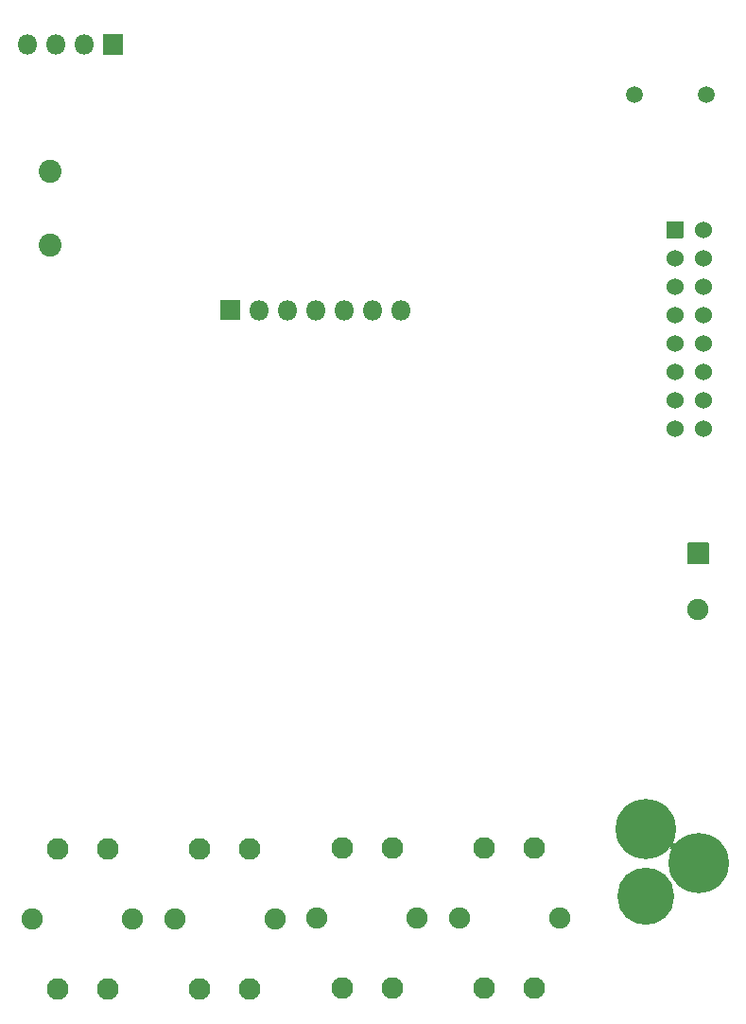
<source format=gbs>
G04 #@! TF.GenerationSoftware,KiCad,Pcbnew,(5.1.10)-1*
G04 #@! TF.CreationDate,2022-02-13T21:23:31+01:00*
G04 #@! TF.ProjectId,LITOS_v3,4c49544f-535f-4763-932e-6b696361645f,rev?*
G04 #@! TF.SameCoordinates,Original*
G04 #@! TF.FileFunction,Soldermask,Bot*
G04 #@! TF.FilePolarity,Negative*
%FSLAX46Y46*%
G04 Gerber Fmt 4.6, Leading zero omitted, Abs format (unit mm)*
G04 Created by KiCad (PCBNEW (5.1.10)-1) date 2022-02-13 21:23:31*
%MOMM*%
%LPD*%
G01*
G04 APERTURE LIST*
%ADD10C,1.512000*%
%ADD11C,2.052000*%
%ADD12C,5.402000*%
%ADD13C,5.102000*%
%ADD14O,1.802000X1.802000*%
%ADD15C,1.902000*%
%ADD16C,1.952000*%
%ADD17C,1.527000*%
%ADD18C,0.100000*%
G04 APERTURE END LIST*
D10*
X117750000Y-56500000D03*
X111250000Y-56500000D03*
D11*
X58925500Y-70000000D03*
X58925500Y-63400000D03*
D12*
X117030000Y-125250000D03*
D13*
X112330000Y-128250000D03*
D12*
X112330000Y-122250000D03*
D14*
X56968500Y-52025000D03*
X59508500Y-52025000D03*
X62048500Y-52025000D03*
G36*
G01*
X63738500Y-51124000D02*
X65438500Y-51124000D01*
G75*
G02*
X65489500Y-51175000I0J-51000D01*
G01*
X65489500Y-52875000D01*
G75*
G02*
X65438500Y-52926000I-51000J0D01*
G01*
X63738500Y-52926000D01*
G75*
G02*
X63687500Y-52875000I0J51000D01*
G01*
X63687500Y-51175000D01*
G75*
G02*
X63738500Y-51124000I51000J0D01*
G01*
G37*
D15*
X66350000Y-130250000D03*
X57350000Y-130250000D03*
D16*
X59600000Y-136500000D03*
X59600000Y-124000000D03*
X64100000Y-136500000D03*
X64100000Y-124000000D03*
D15*
X79100000Y-130250000D03*
X70100000Y-130250000D03*
D16*
X72350000Y-136500000D03*
X72350000Y-124000000D03*
X76850000Y-136500000D03*
X76850000Y-124000000D03*
D15*
X91850000Y-130200000D03*
X82850000Y-130200000D03*
D16*
X85100000Y-136450000D03*
X85100000Y-123950000D03*
X89600000Y-136450000D03*
X89600000Y-123950000D03*
D15*
X104600000Y-130200000D03*
X95600000Y-130200000D03*
D16*
X97850000Y-136450000D03*
X97850000Y-123950000D03*
X102350000Y-136450000D03*
X102350000Y-123950000D03*
G36*
G01*
X75950000Y-76701000D02*
X74250000Y-76701000D01*
G75*
G02*
X74199000Y-76650000I0J51000D01*
G01*
X74199000Y-74950000D01*
G75*
G02*
X74250000Y-74899000I51000J0D01*
G01*
X75950000Y-74899000D01*
G75*
G02*
X76001000Y-74950000I0J-51000D01*
G01*
X76001000Y-76650000D01*
G75*
G02*
X75950000Y-76701000I-51000J0D01*
G01*
G37*
D14*
X77640000Y-75800000D03*
X80180000Y-75800000D03*
X82720000Y-75800000D03*
X85260000Y-75800000D03*
X87800000Y-75800000D03*
X90340000Y-75800000D03*
G36*
G01*
X114136500Y-69312500D02*
X114136500Y-67887500D01*
G75*
G02*
X114187500Y-67836500I51000J0D01*
G01*
X115612500Y-67836500D01*
G75*
G02*
X115663500Y-67887500I0J-51000D01*
G01*
X115663500Y-69312500D01*
G75*
G02*
X115612500Y-69363500I-51000J0D01*
G01*
X114187500Y-69363500D01*
G75*
G02*
X114136500Y-69312500I0J51000D01*
G01*
G37*
D17*
X114900000Y-71140000D03*
X114900000Y-73680000D03*
X114900000Y-76220000D03*
X114900000Y-78760000D03*
X114900000Y-81300000D03*
X114900000Y-83840000D03*
X114900000Y-86380000D03*
X117440000Y-86380000D03*
X117440000Y-83840000D03*
X117440000Y-81300000D03*
X117440000Y-78760000D03*
X117440000Y-76220000D03*
X117440000Y-73680000D03*
X117440000Y-71140000D03*
X117440000Y-68600000D03*
G36*
G01*
X116100000Y-96599000D02*
X117900000Y-96599000D01*
G75*
G02*
X117951000Y-96650000I0J-51000D01*
G01*
X117951000Y-98450000D01*
G75*
G02*
X117900000Y-98501000I-51000J0D01*
G01*
X116100000Y-98501000D01*
G75*
G02*
X116049000Y-98450000I0J51000D01*
G01*
X116049000Y-96650000D01*
G75*
G02*
X116100000Y-96599000I51000J0D01*
G01*
G37*
D15*
X117000000Y-102550000D03*
D18*
G36*
X114778611Y-123365211D02*
G01*
X114778938Y-123367010D01*
X114773663Y-123384397D01*
X114771300Y-123408388D01*
X114773663Y-123432379D01*
X114780663Y-123455454D01*
X114792028Y-123476718D01*
X114807323Y-123495355D01*
X114825960Y-123510650D01*
X114847224Y-123522015D01*
X114870299Y-123529015D01*
X114894290Y-123531378D01*
X114918281Y-123529015D01*
X114941356Y-123522015D01*
X114962620Y-123510650D01*
X114976664Y-123499124D01*
X114978638Y-123498798D01*
X114979906Y-123500344D01*
X114979347Y-123502084D01*
X114943653Y-123537778D01*
X114649704Y-123977704D01*
X114584824Y-124134336D01*
X114583237Y-124135554D01*
X114581389Y-124134789D01*
X114581062Y-124132990D01*
X114586337Y-124115603D01*
X114588700Y-124091612D01*
X114586337Y-124067621D01*
X114579337Y-124044546D01*
X114567972Y-124023282D01*
X114552677Y-124004645D01*
X114534040Y-123989350D01*
X114512776Y-123977985D01*
X114489701Y-123970985D01*
X114465710Y-123968622D01*
X114441719Y-123970985D01*
X114418644Y-123977985D01*
X114397380Y-123989350D01*
X114383336Y-124000876D01*
X114381362Y-124001202D01*
X114380094Y-123999656D01*
X114380653Y-123997916D01*
X114416347Y-123962222D01*
X114710296Y-123522296D01*
X114775176Y-123365664D01*
X114776763Y-123364446D01*
X114778611Y-123365211D01*
G37*
M02*

</source>
